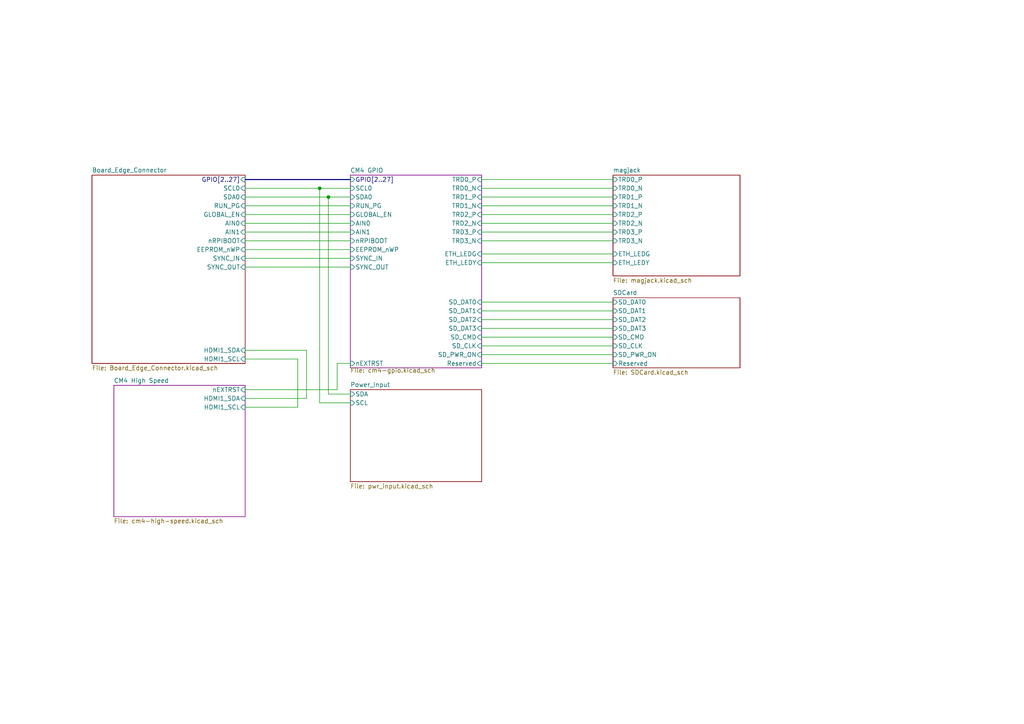
<source format=kicad_sch>
(kicad_sch (version 20230121) (generator eeschema)
  (paper "A4")
  (title_block (title "Raspberry Pi Compute Module 4 Base Carrier") (date "2020-10-31") (rev "v01") (comment 2 "creativecommons.org/licenses/by-sa/4.0/") (comment 3 "License: CC BY-SA 4.0") (comment 4 "Author: Shawn Hymel"))
  (lib_symbols)
  (junction (at 92.71 54.61))
  (junction (at 95.25 57.15))
  (wire (pts (xy 139.7 62.23) (xy 177.8 62.23)))
  (wire (pts (xy 71.12 62.23) (xy 101.6 62.23)))
  (wire (pts (xy 139.7 92.71) (xy 177.8 92.71)))
  (wire (pts (xy 139.7 95.25) (xy 177.8 95.25)))
  (wire (pts (xy 95.25 114.3) (xy 95.25 57.15)))
  (wire (pts (xy 139.7 97.79) (xy 177.8 97.79)))
  (wire (pts (xy 71.12 113.03) (xy 97.79 113.03)))
  (wire (pts (xy 139.7 102.87) (xy 177.8 102.87)))
  (wire (pts (xy 71.12 57.15) (xy 95.25 57.15)))
  (wire (pts (xy 101.6 114.3) (xy 95.25 114.3)))
  (wire (pts (xy 139.7 59.69) (xy 177.8 59.69)))
  (wire (pts (xy 139.7 87.63) (xy 177.8 87.63)))
  (wire (pts (xy 139.7 67.31) (xy 177.8 67.31)))
  (wire (pts (xy 88.9 101.6) (xy 71.12 101.6)))
  (wire (pts (xy 97.79 113.03) (xy 97.79 105.41)))
  (wire (pts (xy 139.7 100.33) (xy 177.8 100.33)))
  (wire (pts (xy 86.36 104.14) (xy 86.36 118.11)))
  (wire (pts (xy 101.6 116.84) (xy 92.71 116.84)))
  (wire (pts (xy 139.7 76.2) (xy 177.8 76.2)))
  (wire (pts (xy 71.12 54.61) (xy 92.71 54.61)))
  (wire (pts (xy 139.7 90.17) (xy 177.8 90.17)))
  (wire (pts (xy 71.12 115.57) (xy 88.9 115.57)))
  (wire (pts (xy 139.7 54.61) (xy 177.8 54.61)))
  (wire (pts (xy 71.12 77.47) (xy 101.6 77.47)))
  (wire (pts (xy 88.9 115.57) (xy 88.9 101.6)))
  (wire (pts (xy 139.7 52.07) (xy 177.8 52.07)))
  (wire (pts (xy 139.7 105.41) (xy 177.8 105.41)))
  (wire (pts (xy 139.7 64.77) (xy 177.8 64.77)))
  (wire (pts (xy 139.7 73.66) (xy 177.8 73.66)))
  (wire (pts (xy 139.7 69.85) (xy 177.8 69.85)))
  (wire (pts (xy 95.25 57.15) (xy 101.6 57.15)))
  (wire (pts (xy 71.12 72.39) (xy 101.6 72.39)))
  (wire (pts (xy 71.12 104.14) (xy 86.36 104.14)))
  (wire (pts (xy 71.12 67.31) (xy 101.6 67.31)))
  (wire (pts (xy 71.12 59.69) (xy 101.6 59.69)))
  (wire (pts (xy 86.36 118.11) (xy 71.12 118.11)))
  (wire (pts (xy 92.71 116.84) (xy 92.71 54.61)))
  (wire (pts (xy 139.7 57.15) (xy 177.8 57.15)))
  (wire (pts (xy 71.12 74.93) (xy 101.6 74.93)))
  (wire (pts (xy 71.12 69.85) (xy 101.6 69.85)))
  (bus (pts (xy 71.12 52.07) (xy 101.6 52.07)))
  (wire (pts (xy 97.79 105.41) (xy 101.6 105.41)))
  (wire (pts (xy 92.71 54.61) (xy 101.6 54.61)))
  (wire (pts (xy 71.12 64.77) (xy 101.6 64.77)))
  (sheet (at 177.8 86.36) (size 36.83 20.32) (stroke (width 0.1524))
    (property "Sheetname" "SDCard" (at 177.8 85.6484 0) (effects (justify left bottom)))
    (property "Sheetfile" "SDCard.kicad_sch" (at 177.8 107.2646 0) (effects (justify left top)))
    (pin "SD_DAT2" input (at 177.8 92.71 180))
    (pin "SD_DAT1" input (at 177.8 90.17 180))
    (pin "SD_PWR_ON" input (at 177.8 102.87 180))
    (pin "SD_CMD" input (at 177.8 97.79 180))
    (pin "SD_CLK" input (at 177.8 100.33 180))
    (pin "SD_DAT3" input (at 177.8 95.25 180))
    (pin "SD_DAT0" input (at 177.8 87.63 180))
    (pin "Reserved" input (at 177.8 105.41 180))
  )
  (sheet (at 26.67 50.8) (size 44.45 54.61) (stroke (width 0.1524))
    (property "Sheetname" "Board_Edge_Connector" (at 26.67 50.0884 0) (effects (justify left bottom)))
    (property "Sheetfile" "Board_Edge_Connector.kicad_sch" (at 26.67 105.9946 0) (effects (justify left top)))
    (pin "GPIO[2..27]" input (at 71.12 52.07 0))
    (pin "HDMI1_SDA" input (at 71.12 101.6 0))
    (pin "HDMI1_SCL" input (at 71.12 104.14 0))
    (pin "SDA0" input (at 71.12 57.15 0))
    (pin "SCL0" input (at 71.12 54.61 0))
    (pin "RUN_PG" input (at 71.12 59.69 0))
    (pin "GLOBAL_EN" input (at 71.12 62.23 0))
    (pin "AIN1" input (at 71.12 67.31 0))
    (pin "SYNC_IN" input (at 71.12 74.93 0))
    (pin "nRPIBOOT" input (at 71.12 69.85 0))
    (pin "EEPROM_nWP" input (at 71.12 72.39 0))
    (pin "AIN0" input (at 71.12 64.77 0))
    (pin "SYNC_OUT" input (at 71.12 77.47 0))
  )
  (sheet (at 101.6 113.03) (size 38.1 26.67) (stroke (width 0.1524))
    (property "Sheetname" "Power_Input" (at 101.6 112.3184 0) (effects (justify left bottom)))
    (property "Sheetfile" "pwr_input.kicad_sch" (at 101.6 140.2846 0) (effects (justify left top)))
    (pin "SDA" input (at 101.6 114.3 180))
    (pin "SCL" input (at 101.6 116.84 180))
  )
  (sheet (at 33.02 111.76) (size 38.1 38.1) (stroke (width 0) (color 132 0 132 1)) (fill (color 255 255 255 0.0000))
    (property "Sheetname" "CM4 High Speed" (at 33.02 111.1245 0) (effects (justify left bottom)))
    (property "Sheetfile" "cm4-high-speed.kicad_sch" (at 33.02 150.3685 0) (effects (justify left top)))
    (pin "nEXTRST" input (at 71.12 113.03 0))
    (pin "HDMI1_SDA" input (at 71.12 115.57 0))
    (pin "HDMI1_SCL" input (at 71.12 118.11 0))
  )
  (sheet (at 177.8 50.8) (size 36.83 29.21) (stroke (width 0.1524))
    (property "Sheetname" "magjack" (at 177.8 50.0884 0) (effects (justify left bottom)))
    (property "Sheetfile" "magjack.kicad_sch" (at 177.8 80.5946 0) (effects (justify left top)))
    (pin "ETH_LEDG" input (at 177.8 73.66 180))
    (pin "ETH_LEDY" input (at 177.8 76.2 180))
    (pin "TRD0_N" input (at 177.8 54.61 180))
    (pin "TRD1_P" input (at 177.8 57.15 180))
    (pin "TRD0_P" input (at 177.8 52.07 180))
    (pin "TRD3_P" input (at 177.8 67.31 180))
    (pin "TRD1_N" input (at 177.8 59.69 180))
    (pin "TRD2_P" input (at 177.8 62.23 180))
    (pin "TRD2_N" input (at 177.8 64.77 180))
    (pin "TRD3_N" input (at 177.8 69.85 180))
  )
  (sheet (at 101.6 50.8) (size 38.1 55.88) (stroke (width 0) (color 132 0 132 1)) (fill (color 255 255 255 0.0000))
    (property "Sheetname" "CM4 GPIO" (at 101.6 50.1645 0) (effects (justify left bottom)))
    (property "Sheetfile" "cm4-gpio.kicad_sch" (at 101.6 106.68 0) (effects (justify left top)))
    (pin "TRD1_N" input (at 139.7 59.69 0))
    (pin "TRD1_P" input (at 139.7 57.15 0))
    (pin "TRD0_P" input (at 139.7 52.07 0))
    (pin "TRD0_N" input (at 139.7 54.61 0))
    (pin "TRD2_P" input (at 139.7 62.23 0))
    (pin "TRD2_N" input (at 139.7 64.77 0))
    (pin "TRD3_N" input (at 139.7 69.85 0))
    (pin "TRD3_P" input (at 139.7 67.31 0))
    (pin "ETH_LEDG" input (at 139.7 73.66 0))
    (pin "ETH_LEDY" input (at 139.7 76.2 0))
    (pin "SD_CMD" input (at 139.7 97.79 0))
    (pin "SD_DAT0" input (at 139.7 87.63 0))
    (pin "SD_DAT1" input (at 139.7 90.17 0))
    (pin "SD_DAT2" input (at 139.7 92.71 0))
    (pin "SD_DAT3" input (at 139.7 95.25 0))
    (pin "SD_PWR_ON" input (at 139.7 102.87 0))
    (pin "SD_CLK" input (at 139.7 100.33 0))
    (pin "nEXTRST" input (at 101.6 105.41 180))
    (pin "Reserved" input (at 139.7 105.41 0))
    (pin "GPIO[2..27]" input (at 101.6 52.07 180))
    (pin "SCL0" input (at 101.6 54.61 180))
    (pin "SDA0" input (at 101.6 57.15 180))
    (pin "EEPROM_nWP" input (at 101.6 72.39 180))
    (pin "nRPIBOOT" input (at 101.6 69.85 180))
    (pin "GLOBAL_EN" input (at 101.6 62.23 180))
    (pin "AIN0" input (at 101.6 64.77 180))
    (pin "AIN1" input (at 101.6 67.31 180))
    (pin "SYNC_OUT" input (at 101.6 77.47 180))
    (pin "SYNC_IN" input (at 101.6 74.93 180))
    (pin "RUN_PG" input (at 101.6 59.69 180))
  )
)
</source>
